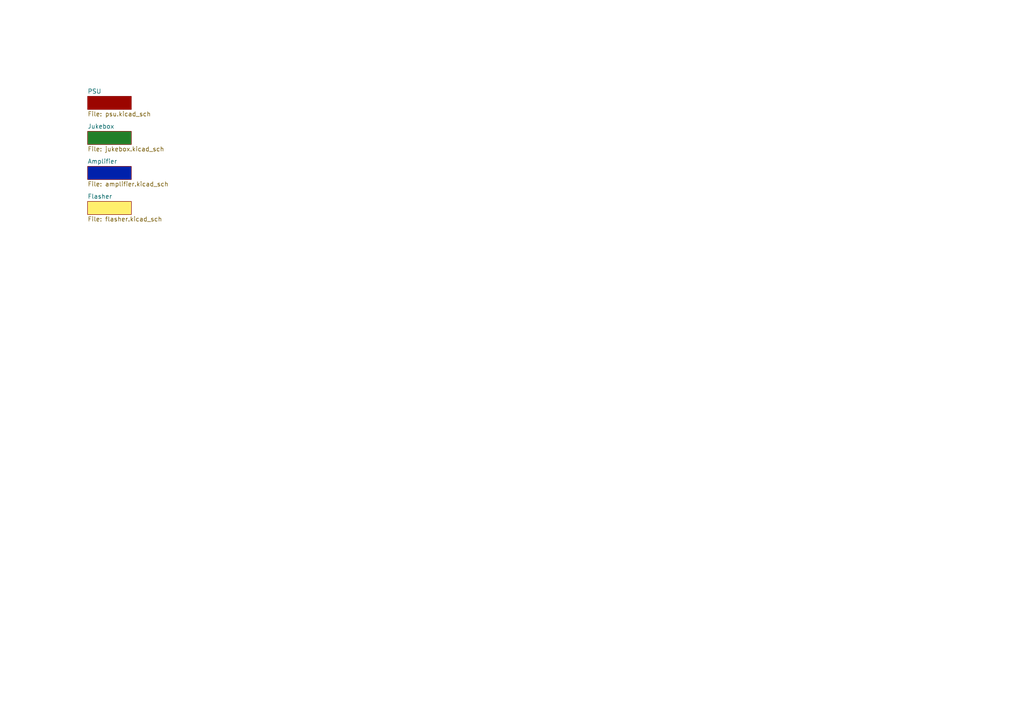
<source format=kicad_sch>
(kicad_sch (version 20230121) (generator eeschema)
  (paper "A4")
  (lib_symbols)
  (sheet (at 25.4 48.26) (size 12.7 3.81) (stroke (width 0.1524)) (fill (color 0 33 171 1.0000))
    (property "Sheetname" "Amplifier" (at 25.4 47.5484 0) (effects (justify left bottom)))
    (property "Sheetfile" "amplifier.kicad_sch" (at 25.4 52.6546 0) (effects (justify left top)))
  )
  (sheet (at 25.4 27.94) (size 12.7 3.81) (stroke (width 0.1524)) (fill (color 155 5 0 1.0000))
    (property "Sheetname" "PSU" (at 25.4 27.2284 0) (effects (justify left bottom)))
    (property "Sheetfile" "psu.kicad_sch" (at 25.4 32.3346 0) (effects (justify left top)))
  )
  (sheet (at 25.4 38.1) (size 12.7 3.81) (stroke (width 0.1524)) (fill (color 33 127 40 1.0000))
    (property "Sheetname" "Jukebox" (at 25.4 37.3884 0) (effects (justify left bottom)))
    (property "Sheetfile" "jukebox.kicad_sch" (at 25.4 42.4946 0) (effects (justify left top)))
  )
  (sheet (at 25.4 58.42) (size 12.7 3.81) (stroke (width 0.1524)) (fill (color 255 239 108 1.0000))
    (property "Sheetname" "Flasher" (at 25.4 57.7084 0) (effects (justify left bottom)))
    (property "Sheetfile" "flasher.kicad_sch" (at 25.4 62.8146 0) (effects (justify left top)))
  )
)
</source>
